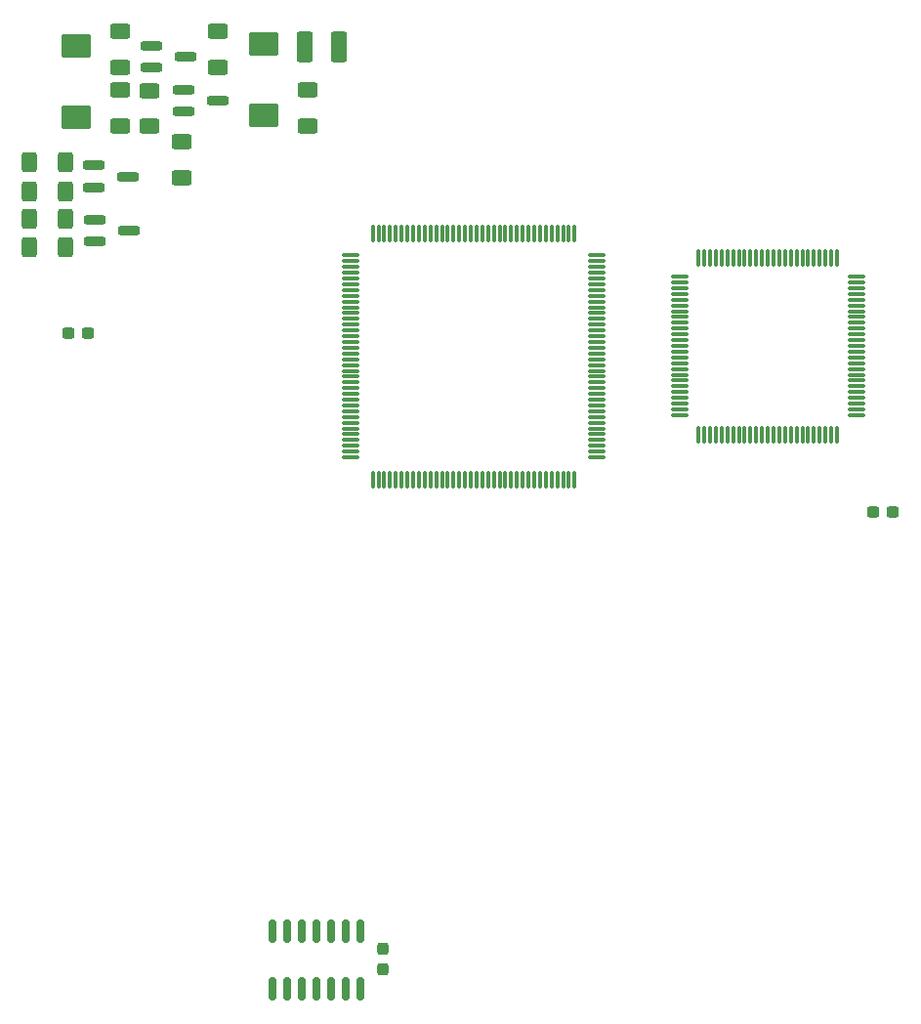
<source format=gbr>
%TF.GenerationSoftware,KiCad,Pcbnew,8.0.7-8.0.7-0~ubuntu22.04.1*%
%TF.CreationDate,2025-01-29T21:42:35+01:00*%
%TF.ProjectId,VideoBoard_v1,56696465-6f42-46f6-9172-645f76312e6b,rev?*%
%TF.SameCoordinates,Original*%
%TF.FileFunction,Paste,Top*%
%TF.FilePolarity,Positive*%
%FSLAX46Y46*%
G04 Gerber Fmt 4.6, Leading zero omitted, Abs format (unit mm)*
G04 Created by KiCad (PCBNEW 8.0.7-8.0.7-0~ubuntu22.04.1) date 2025-01-29 21:42:35*
%MOMM*%
%LPD*%
G01*
G04 APERTURE LIST*
G04 Aperture macros list*
%AMRoundRect*
0 Rectangle with rounded corners*
0 $1 Rounding radius*
0 $2 $3 $4 $5 $6 $7 $8 $9 X,Y pos of 4 corners*
0 Add a 4 corners polygon primitive as box body*
4,1,4,$2,$3,$4,$5,$6,$7,$8,$9,$2,$3,0*
0 Add four circle primitives for the rounded corners*
1,1,$1+$1,$2,$3*
1,1,$1+$1,$4,$5*
1,1,$1+$1,$6,$7*
1,1,$1+$1,$8,$9*
0 Add four rect primitives between the rounded corners*
20,1,$1+$1,$2,$3,$4,$5,0*
20,1,$1+$1,$4,$5,$6,$7,0*
20,1,$1+$1,$6,$7,$8,$9,0*
20,1,$1+$1,$8,$9,$2,$3,0*%
G04 Aperture macros list end*
%ADD10RoundRect,0.237500X0.237500X-0.300000X0.237500X0.300000X-0.237500X0.300000X-0.237500X-0.300000X0*%
%ADD11RoundRect,0.150000X-0.150000X0.825000X-0.150000X-0.825000X0.150000X-0.825000X0.150000X0.825000X0*%
%ADD12RoundRect,0.200000X-0.750000X-0.200000X0.750000X-0.200000X0.750000X0.200000X-0.750000X0.200000X0*%
%ADD13RoundRect,0.237500X-0.300000X-0.237500X0.300000X-0.237500X0.300000X0.237500X-0.300000X0.237500X0*%
%ADD14RoundRect,0.250000X-1.025000X0.787500X-1.025000X-0.787500X1.025000X-0.787500X1.025000X0.787500X0*%
%ADD15RoundRect,0.250001X0.462499X1.074999X-0.462499X1.074999X-0.462499X-1.074999X0.462499X-1.074999X0*%
%ADD16RoundRect,0.250000X-0.400000X-0.625000X0.400000X-0.625000X0.400000X0.625000X-0.400000X0.625000X0*%
%ADD17RoundRect,0.250000X-0.625000X0.400000X-0.625000X-0.400000X0.625000X-0.400000X0.625000X0.400000X0*%
%ADD18RoundRect,0.250000X0.400000X0.625000X-0.400000X0.625000X-0.400000X-0.625000X0.400000X-0.625000X0*%
%ADD19RoundRect,0.075000X-0.662500X-0.075000X0.662500X-0.075000X0.662500X0.075000X-0.662500X0.075000X0*%
%ADD20RoundRect,0.075000X-0.075000X-0.662500X0.075000X-0.662500X0.075000X0.662500X-0.075000X0.662500X0*%
G04 APERTURE END LIST*
D10*
%TO.C,C23*%
X91567000Y-133577500D03*
X91567000Y-131852500D03*
%TD*%
D11*
%TO.C,U12*%
X89662000Y-130305000D03*
X88392000Y-130305000D03*
X87122000Y-130305000D03*
X85852000Y-130305000D03*
X84582000Y-130305000D03*
X83312000Y-130305000D03*
X82042000Y-130305000D03*
X82042000Y-135255000D03*
X83312000Y-135255000D03*
X84582000Y-135255000D03*
X85852000Y-135255000D03*
X87122000Y-135255000D03*
X88392000Y-135255000D03*
X89662000Y-135255000D03*
%TD*%
D12*
%TO.C,Q4*%
X66469000Y-63947000D03*
X66469000Y-65847000D03*
X69469000Y-64897000D03*
%TD*%
%TO.C,Q3*%
X66572000Y-68646000D03*
X66572000Y-70546000D03*
X69572000Y-69596000D03*
%TD*%
D13*
%TO.C,C10*%
X64288500Y-78486000D03*
X66013500Y-78486000D03*
%TD*%
D14*
%TO.C,C24*%
X81229500Y-53390000D03*
X81229500Y-59615000D03*
%TD*%
D15*
%TO.C,L1*%
X87797000Y-53646000D03*
X84822000Y-53646000D03*
%TD*%
D16*
%TO.C,R9*%
X60934000Y-63627000D03*
X64034000Y-63627000D03*
%TD*%
D17*
%TO.C,R6*%
X74168000Y-61924000D03*
X74168000Y-65024000D03*
%TD*%
%TO.C,R2*%
X68783500Y-52324000D03*
X68783500Y-55424000D03*
%TD*%
D13*
%TO.C,C13*%
X134038000Y-93980000D03*
X135763000Y-93980000D03*
%TD*%
D12*
%TO.C,Q1*%
X71474500Y-53585000D03*
X71474500Y-55485000D03*
X74474500Y-54535000D03*
%TD*%
D17*
%TO.C,R3*%
X77292500Y-52324000D03*
X77292500Y-55424000D03*
%TD*%
D12*
%TO.C,Q2*%
X74292500Y-57395000D03*
X74292500Y-59295000D03*
X77292500Y-58345000D03*
%TD*%
D18*
%TO.C,R7*%
X64060000Y-70993000D03*
X60960000Y-70993000D03*
%TD*%
D17*
%TO.C,R1*%
X68783500Y-57404000D03*
X68783500Y-60504000D03*
%TD*%
%TO.C,R5*%
X85039500Y-57404000D03*
X85039500Y-60504000D03*
%TD*%
D19*
%TO.C,U6*%
X88784000Y-71748000D03*
X88784000Y-72248000D03*
X88784000Y-72748000D03*
X88784000Y-73248000D03*
X88784000Y-73748000D03*
X88784000Y-74248000D03*
X88784000Y-74748000D03*
X88784000Y-75248000D03*
X88784000Y-75748000D03*
X88784000Y-76248000D03*
X88784000Y-76748000D03*
X88784000Y-77248000D03*
X88784000Y-77748000D03*
X88784000Y-78248000D03*
X88784000Y-78748000D03*
X88784000Y-79248000D03*
X88784000Y-79748000D03*
X88784000Y-80248000D03*
X88784000Y-80748000D03*
X88784000Y-81248000D03*
X88784000Y-81748000D03*
X88784000Y-82248000D03*
X88784000Y-82748000D03*
X88784000Y-83248000D03*
X88784000Y-83748000D03*
X88784000Y-84248000D03*
X88784000Y-84748000D03*
X88784000Y-85248000D03*
X88784000Y-85748000D03*
X88784000Y-86248000D03*
X88784000Y-86748000D03*
X88784000Y-87248000D03*
X88784000Y-87748000D03*
X88784000Y-88248000D03*
X88784000Y-88748000D03*
X88784000Y-89248000D03*
D20*
X90696500Y-91160500D03*
X91196500Y-91160500D03*
X91696500Y-91160500D03*
X92196500Y-91160500D03*
X92696500Y-91160500D03*
X93196500Y-91160500D03*
X93696500Y-91160500D03*
X94196500Y-91160500D03*
X94696500Y-91160500D03*
X95196500Y-91160500D03*
X95696500Y-91160500D03*
X96196500Y-91160500D03*
X96696500Y-91160500D03*
X97196500Y-91160500D03*
X97696500Y-91160500D03*
X98196500Y-91160500D03*
X98696500Y-91160500D03*
X99196500Y-91160500D03*
X99696500Y-91160500D03*
X100196500Y-91160500D03*
X100696500Y-91160500D03*
X101196500Y-91160500D03*
X101696500Y-91160500D03*
X102196500Y-91160500D03*
X102696500Y-91160500D03*
X103196500Y-91160500D03*
X103696500Y-91160500D03*
X104196500Y-91160500D03*
X104696500Y-91160500D03*
X105196500Y-91160500D03*
X105696500Y-91160500D03*
X106196500Y-91160500D03*
X106696500Y-91160500D03*
X107196500Y-91160500D03*
X107696500Y-91160500D03*
X108196500Y-91160500D03*
D19*
X110109000Y-89248000D03*
X110109000Y-88748000D03*
X110109000Y-88248000D03*
X110109000Y-87748000D03*
X110109000Y-87248000D03*
X110109000Y-86748000D03*
X110109000Y-86248000D03*
X110109000Y-85748000D03*
X110109000Y-85248000D03*
X110109000Y-84748000D03*
X110109000Y-84248000D03*
X110109000Y-83748000D03*
X110109000Y-83248000D03*
X110109000Y-82748000D03*
X110109000Y-82248000D03*
X110109000Y-81748000D03*
X110109000Y-81248000D03*
X110109000Y-80748000D03*
X110109000Y-80248000D03*
X110109000Y-79748000D03*
X110109000Y-79248000D03*
X110109000Y-78748000D03*
X110109000Y-78248000D03*
X110109000Y-77748000D03*
X110109000Y-77248000D03*
X110109000Y-76748000D03*
X110109000Y-76248000D03*
X110109000Y-75748000D03*
X110109000Y-75248000D03*
X110109000Y-74748000D03*
X110109000Y-74248000D03*
X110109000Y-73748000D03*
X110109000Y-73248000D03*
X110109000Y-72748000D03*
X110109000Y-72248000D03*
X110109000Y-71748000D03*
D20*
X108196500Y-69835500D03*
X107696500Y-69835500D03*
X107196500Y-69835500D03*
X106696500Y-69835500D03*
X106196500Y-69835500D03*
X105696500Y-69835500D03*
X105196500Y-69835500D03*
X104696500Y-69835500D03*
X104196500Y-69835500D03*
X103696500Y-69835500D03*
X103196500Y-69835500D03*
X102696500Y-69835500D03*
X102196500Y-69835500D03*
X101696500Y-69835500D03*
X101196500Y-69835500D03*
X100696500Y-69835500D03*
X100196500Y-69835500D03*
X99696500Y-69835500D03*
X99196500Y-69835500D03*
X98696500Y-69835500D03*
X98196500Y-69835500D03*
X97696500Y-69835500D03*
X97196500Y-69835500D03*
X96696500Y-69835500D03*
X96196500Y-69835500D03*
X95696500Y-69835500D03*
X95196500Y-69835500D03*
X94696500Y-69835500D03*
X94196500Y-69835500D03*
X93696500Y-69835500D03*
X93196500Y-69835500D03*
X92696500Y-69835500D03*
X92196500Y-69835500D03*
X91696500Y-69835500D03*
X91196500Y-69835500D03*
X90696500Y-69835500D03*
%TD*%
D18*
%TO.C,R10*%
X64060000Y-66167000D03*
X60960000Y-66167000D03*
%TD*%
D14*
%TO.C,C25*%
X64973500Y-53581500D03*
X64973500Y-59806500D03*
%TD*%
D16*
%TO.C,R8*%
X60934000Y-68580000D03*
X64034000Y-68580000D03*
%TD*%
D19*
%TO.C,U5*%
X117274500Y-73586500D03*
X117274500Y-74086500D03*
X117274500Y-74586500D03*
X117274500Y-75086500D03*
X117274500Y-75586500D03*
X117274500Y-76086500D03*
X117274500Y-76586500D03*
X117274500Y-77086500D03*
X117274500Y-77586500D03*
X117274500Y-78086500D03*
X117274500Y-78586500D03*
X117274500Y-79086500D03*
X117274500Y-79586500D03*
X117274500Y-80086500D03*
X117274500Y-80586500D03*
X117274500Y-81086500D03*
X117274500Y-81586500D03*
X117274500Y-82086500D03*
X117274500Y-82586500D03*
X117274500Y-83086500D03*
X117274500Y-83586500D03*
X117274500Y-84086500D03*
X117274500Y-84586500D03*
X117274500Y-85086500D03*
X117274500Y-85586500D03*
D20*
X118937000Y-87249000D03*
X119437000Y-87249000D03*
X119937000Y-87249000D03*
X120437000Y-87249000D03*
X120937000Y-87249000D03*
X121437000Y-87249000D03*
X121937000Y-87249000D03*
X122437000Y-87249000D03*
X122937000Y-87249000D03*
X123437000Y-87249000D03*
X123937000Y-87249000D03*
X124437000Y-87249000D03*
X124937000Y-87249000D03*
X125437000Y-87249000D03*
X125937000Y-87249000D03*
X126437000Y-87249000D03*
X126937000Y-87249000D03*
X127437000Y-87249000D03*
X127937000Y-87249000D03*
X128437000Y-87249000D03*
X128937000Y-87249000D03*
X129437000Y-87249000D03*
X129937000Y-87249000D03*
X130437000Y-87249000D03*
X130937000Y-87249000D03*
D19*
X132599500Y-85586500D03*
X132599500Y-85086500D03*
X132599500Y-84586500D03*
X132599500Y-84086500D03*
X132599500Y-83586500D03*
X132599500Y-83086500D03*
X132599500Y-82586500D03*
X132599500Y-82086500D03*
X132599500Y-81586500D03*
X132599500Y-81086500D03*
X132599500Y-80586500D03*
X132599500Y-80086500D03*
X132599500Y-79586500D03*
X132599500Y-79086500D03*
X132599500Y-78586500D03*
X132599500Y-78086500D03*
X132599500Y-77586500D03*
X132599500Y-77086500D03*
X132599500Y-76586500D03*
X132599500Y-76086500D03*
X132599500Y-75586500D03*
X132599500Y-75086500D03*
X132599500Y-74586500D03*
X132599500Y-74086500D03*
X132599500Y-73586500D03*
D20*
X130937000Y-71924000D03*
X130437000Y-71924000D03*
X129937000Y-71924000D03*
X129437000Y-71924000D03*
X128937000Y-71924000D03*
X128437000Y-71924000D03*
X127937000Y-71924000D03*
X127437000Y-71924000D03*
X126937000Y-71924000D03*
X126437000Y-71924000D03*
X125937000Y-71924000D03*
X125437000Y-71924000D03*
X124937000Y-71924000D03*
X124437000Y-71924000D03*
X123937000Y-71924000D03*
X123437000Y-71924000D03*
X122937000Y-71924000D03*
X122437000Y-71924000D03*
X121937000Y-71924000D03*
X121437000Y-71924000D03*
X120937000Y-71924000D03*
X120437000Y-71924000D03*
X119937000Y-71924000D03*
X119437000Y-71924000D03*
X118937000Y-71924000D03*
%TD*%
D17*
%TO.C,R4*%
X71323500Y-57456000D03*
X71323500Y-60556000D03*
%TD*%
M02*

</source>
